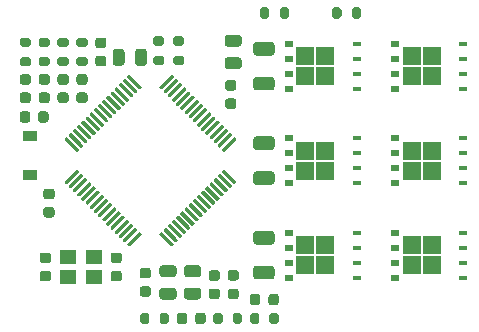
<source format=gtp>
G04 #@! TF.GenerationSoftware,KiCad,Pcbnew,8.0.4+1*
G04 #@! TF.CreationDate,2024-10-07T15:19:18+00:00*
G04 #@! TF.ProjectId,xESC2,78455343-322e-46b6-9963-61645f706362,rev?*
G04 #@! TF.SameCoordinates,Original*
G04 #@! TF.FileFunction,Paste,Top*
G04 #@! TF.FilePolarity,Positive*
%FSLAX46Y46*%
G04 Gerber Fmt 4.6, Leading zero omitted, Abs format (unit mm)*
G04 Created by KiCad (PCBNEW 8.0.4+1) date 2024-10-07 15:19:18*
%MOMM*%
%LPD*%
G01*
G04 APERTURE LIST*
%ADD10R,1.500000X1.500000*%
%ADD11R,0.750000X0.500000*%
%ADD12R,0.750000X0.400000*%
%ADD13R,1.200000X0.900000*%
%ADD14R,1.400000X1.200000*%
G04 APERTURE END LIST*
G36*
G01*
X235750000Y-128625000D02*
X235250000Y-128625000D01*
G75*
G02*
X235025000Y-128400000I0J225000D01*
G01*
X235025000Y-127950000D01*
G75*
G02*
X235250000Y-127725000I225000J0D01*
G01*
X235750000Y-127725000D01*
G75*
G02*
X235975000Y-127950000I0J-225000D01*
G01*
X235975000Y-128400000D01*
G75*
G02*
X235750000Y-128625000I-225000J0D01*
G01*
G37*
G36*
G01*
X235750000Y-127075000D02*
X235250000Y-127075000D01*
G75*
G02*
X235025000Y-126850000I0J225000D01*
G01*
X235025000Y-126400000D01*
G75*
G02*
X235250000Y-126175000I225000J0D01*
G01*
X235750000Y-126175000D01*
G75*
G02*
X235975000Y-126400000I0J-225000D01*
G01*
X235975000Y-126850000D01*
G75*
G02*
X235750000Y-127075000I-225000J0D01*
G01*
G37*
G36*
G01*
X241250000Y-126175000D02*
X241750000Y-126175000D01*
G75*
G02*
X241975000Y-126400000I0J-225000D01*
G01*
X241975000Y-126850000D01*
G75*
G02*
X241750000Y-127075000I-225000J0D01*
G01*
X241250000Y-127075000D01*
G75*
G02*
X241025000Y-126850000I0J225000D01*
G01*
X241025000Y-126400000D01*
G75*
G02*
X241250000Y-126175000I225000J0D01*
G01*
G37*
G36*
G01*
X241250000Y-127725000D02*
X241750000Y-127725000D01*
G75*
G02*
X241975000Y-127950000I0J-225000D01*
G01*
X241975000Y-128400000D01*
G75*
G02*
X241750000Y-128625000I-225000J0D01*
G01*
X241250000Y-128625000D01*
G75*
G02*
X241025000Y-128400000I0J225000D01*
G01*
X241025000Y-127950000D01*
G75*
G02*
X241250000Y-127725000I225000J0D01*
G01*
G37*
G36*
G01*
X235775000Y-114450000D02*
X235775000Y-114950000D01*
G75*
G02*
X235550000Y-115175000I-225000J0D01*
G01*
X235100000Y-115175000D01*
G75*
G02*
X234875000Y-114950000I0J225000D01*
G01*
X234875000Y-114450000D01*
G75*
G02*
X235100000Y-114225000I225000J0D01*
G01*
X235550000Y-114225000D01*
G75*
G02*
X235775000Y-114450000I0J-225000D01*
G01*
G37*
G36*
G01*
X234225000Y-114450000D02*
X234225000Y-114950000D01*
G75*
G02*
X234000000Y-115175000I-225000J0D01*
G01*
X233550000Y-115175000D01*
G75*
G02*
X233325000Y-114950000I0J225000D01*
G01*
X233325000Y-114450000D01*
G75*
G02*
X233550000Y-114225000I225000J0D01*
G01*
X234000000Y-114225000D01*
G75*
G02*
X234225000Y-114450000I0J-225000D01*
G01*
G37*
G36*
G01*
X250925000Y-107750000D02*
X251875000Y-107750000D01*
G75*
G02*
X252125000Y-108000000I0J-250000D01*
G01*
X252125000Y-108500000D01*
G75*
G02*
X251875000Y-108750000I-250000J0D01*
G01*
X250925000Y-108750000D01*
G75*
G02*
X250675000Y-108500000I0J250000D01*
G01*
X250675000Y-108000000D01*
G75*
G02*
X250925000Y-107750000I250000J0D01*
G01*
G37*
G36*
G01*
X250925000Y-109650000D02*
X251875000Y-109650000D01*
G75*
G02*
X252125000Y-109900000I0J-250000D01*
G01*
X252125000Y-110400000D01*
G75*
G02*
X251875000Y-110650000I-250000J0D01*
G01*
X250925000Y-110650000D01*
G75*
G02*
X250675000Y-110400000I0J250000D01*
G01*
X250675000Y-109900000D01*
G75*
G02*
X250925000Y-109650000I250000J0D01*
G01*
G37*
G36*
G01*
X243710000Y-127475000D02*
X244210000Y-127475000D01*
G75*
G02*
X244435000Y-127700000I0J-225000D01*
G01*
X244435000Y-128150000D01*
G75*
G02*
X244210000Y-128375000I-225000J0D01*
G01*
X243710000Y-128375000D01*
G75*
G02*
X243485000Y-128150000I0J225000D01*
G01*
X243485000Y-127700000D01*
G75*
G02*
X243710000Y-127475000I225000J0D01*
G01*
G37*
G36*
G01*
X243710000Y-129025000D02*
X244210000Y-129025000D01*
G75*
G02*
X244435000Y-129250000I0J-225000D01*
G01*
X244435000Y-129700000D01*
G75*
G02*
X244210000Y-129925000I-225000J0D01*
G01*
X243710000Y-129925000D01*
G75*
G02*
X243485000Y-129700000I0J225000D01*
G01*
X243485000Y-129250000D01*
G75*
G02*
X243710000Y-129025000I225000J0D01*
G01*
G37*
G36*
G01*
X248435000Y-130160000D02*
X247485000Y-130160000D01*
G75*
G02*
X247235000Y-129910000I0J250000D01*
G01*
X247235000Y-129410000D01*
G75*
G02*
X247485000Y-129160000I250000J0D01*
G01*
X248435000Y-129160000D01*
G75*
G02*
X248685000Y-129410000I0J-250000D01*
G01*
X248685000Y-129910000D01*
G75*
G02*
X248435000Y-130160000I-250000J0D01*
G01*
G37*
G36*
G01*
X248435000Y-128260000D02*
X247485000Y-128260000D01*
G75*
G02*
X247235000Y-128010000I0J250000D01*
G01*
X247235000Y-127510000D01*
G75*
G02*
X247485000Y-127260000I250000J0D01*
G01*
X248435000Y-127260000D01*
G75*
G02*
X248685000Y-127510000I0J-250000D01*
G01*
X248685000Y-128010000D01*
G75*
G02*
X248435000Y-128260000I-250000J0D01*
G01*
G37*
G36*
G01*
X251450000Y-114025000D02*
X250950000Y-114025000D01*
G75*
G02*
X250725000Y-113800000I0J225000D01*
G01*
X250725000Y-113350000D01*
G75*
G02*
X250950000Y-113125000I225000J0D01*
G01*
X251450000Y-113125000D01*
G75*
G02*
X251675000Y-113350000I0J-225000D01*
G01*
X251675000Y-113800000D01*
G75*
G02*
X251450000Y-114025000I-225000J0D01*
G01*
G37*
G36*
G01*
X251450000Y-112475000D02*
X250950000Y-112475000D01*
G75*
G02*
X250725000Y-112250000I0J225000D01*
G01*
X250725000Y-111800000D01*
G75*
G02*
X250950000Y-111575000I225000J0D01*
G01*
X251450000Y-111575000D01*
G75*
G02*
X251675000Y-111800000I0J-225000D01*
G01*
X251675000Y-112250000D01*
G75*
G02*
X251450000Y-112475000I-225000J0D01*
G01*
G37*
G36*
G01*
X235550000Y-120775000D02*
X236050000Y-120775000D01*
G75*
G02*
X236275000Y-121000000I0J-225000D01*
G01*
X236275000Y-121450000D01*
G75*
G02*
X236050000Y-121675000I-225000J0D01*
G01*
X235550000Y-121675000D01*
G75*
G02*
X235325000Y-121450000I0J225000D01*
G01*
X235325000Y-121000000D01*
G75*
G02*
X235550000Y-120775000I225000J0D01*
G01*
G37*
G36*
G01*
X235550000Y-122325000D02*
X236050000Y-122325000D01*
G75*
G02*
X236275000Y-122550000I0J-225000D01*
G01*
X236275000Y-123000000D01*
G75*
G02*
X236050000Y-123225000I-225000J0D01*
G01*
X235550000Y-123225000D01*
G75*
G02*
X235325000Y-123000000I0J225000D01*
G01*
X235325000Y-122550000D01*
G75*
G02*
X235550000Y-122325000I225000J0D01*
G01*
G37*
G36*
G01*
X249550000Y-127675000D02*
X250050000Y-127675000D01*
G75*
G02*
X250275000Y-127900000I0J-225000D01*
G01*
X250275000Y-128350000D01*
G75*
G02*
X250050000Y-128575000I-225000J0D01*
G01*
X249550000Y-128575000D01*
G75*
G02*
X249325000Y-128350000I0J225000D01*
G01*
X249325000Y-127900000D01*
G75*
G02*
X249550000Y-127675000I225000J0D01*
G01*
G37*
G36*
G01*
X249550000Y-129225000D02*
X250050000Y-129225000D01*
G75*
G02*
X250275000Y-129450000I0J-225000D01*
G01*
X250275000Y-129900000D01*
G75*
G02*
X250050000Y-130125000I-225000J0D01*
G01*
X249550000Y-130125000D01*
G75*
G02*
X249325000Y-129900000I0J225000D01*
G01*
X249325000Y-129450000D01*
G75*
G02*
X249550000Y-129225000I225000J0D01*
G01*
G37*
G36*
G01*
X246355000Y-130160000D02*
X245405000Y-130160000D01*
G75*
G02*
X245155000Y-129910000I0J250000D01*
G01*
X245155000Y-129410000D01*
G75*
G02*
X245405000Y-129160000I250000J0D01*
G01*
X246355000Y-129160000D01*
G75*
G02*
X246605000Y-129410000I0J-250000D01*
G01*
X246605000Y-129910000D01*
G75*
G02*
X246355000Y-130160000I-250000J0D01*
G01*
G37*
G36*
G01*
X246355000Y-128260000D02*
X245405000Y-128260000D01*
G75*
G02*
X245155000Y-128010000I0J250000D01*
G01*
X245155000Y-127510000D01*
G75*
G02*
X245405000Y-127260000I250000J0D01*
G01*
X246355000Y-127260000D01*
G75*
G02*
X246605000Y-127510000I0J-250000D01*
G01*
X246605000Y-128010000D01*
G75*
G02*
X246355000Y-128260000I-250000J0D01*
G01*
G37*
G36*
G01*
X252815000Y-132035000D02*
X252815000Y-131485000D01*
G75*
G02*
X253015000Y-131285000I200000J0D01*
G01*
X253415000Y-131285000D01*
G75*
G02*
X253615000Y-131485000I0J-200000D01*
G01*
X253615000Y-132035000D01*
G75*
G02*
X253415000Y-132235000I-200000J0D01*
G01*
X253015000Y-132235000D01*
G75*
G02*
X252815000Y-132035000I0J200000D01*
G01*
G37*
G36*
G01*
X254465000Y-132035000D02*
X254465000Y-131485000D01*
G75*
G02*
X254665000Y-131285000I200000J0D01*
G01*
X255065000Y-131285000D01*
G75*
G02*
X255265000Y-131485000I0J-200000D01*
G01*
X255265000Y-132035000D01*
G75*
G02*
X255065000Y-132235000I-200000J0D01*
G01*
X254665000Y-132235000D01*
G75*
G02*
X254465000Y-132035000I0J200000D01*
G01*
G37*
G36*
G01*
X252815000Y-130416250D02*
X252815000Y-129903750D01*
G75*
G02*
X253033750Y-129685000I218750J0D01*
G01*
X253471250Y-129685000D01*
G75*
G02*
X253690000Y-129903750I0J-218750D01*
G01*
X253690000Y-130416250D01*
G75*
G02*
X253471250Y-130635000I-218750J0D01*
G01*
X253033750Y-130635000D01*
G75*
G02*
X252815000Y-130416250I0J218750D01*
G01*
G37*
G36*
G01*
X254390000Y-130416250D02*
X254390000Y-129903750D01*
G75*
G02*
X254608750Y-129685000I218750J0D01*
G01*
X255046250Y-129685000D01*
G75*
G02*
X255265000Y-129903750I0J-218750D01*
G01*
X255265000Y-130416250D01*
G75*
G02*
X255046250Y-130635000I-218750J0D01*
G01*
X254608750Y-130635000D01*
G75*
G02*
X254390000Y-130416250I0J218750D01*
G01*
G37*
G36*
G01*
X251143750Y-127675000D02*
X251656250Y-127675000D01*
G75*
G02*
X251875000Y-127893750I0J-218750D01*
G01*
X251875000Y-128331250D01*
G75*
G02*
X251656250Y-128550000I-218750J0D01*
G01*
X251143750Y-128550000D01*
G75*
G02*
X250925000Y-128331250I0J218750D01*
G01*
X250925000Y-127893750D01*
G75*
G02*
X251143750Y-127675000I218750J0D01*
G01*
G37*
G36*
G01*
X251143750Y-129250000D02*
X251656250Y-129250000D01*
G75*
G02*
X251875000Y-129468750I0J-218750D01*
G01*
X251875000Y-129906250D01*
G75*
G02*
X251656250Y-130125000I-218750J0D01*
G01*
X251143750Y-130125000D01*
G75*
G02*
X250925000Y-129906250I0J218750D01*
G01*
X250925000Y-129468750D01*
G75*
G02*
X251143750Y-129250000I218750J0D01*
G01*
G37*
G36*
G01*
X249065000Y-131503750D02*
X249065000Y-132016250D01*
G75*
G02*
X248846250Y-132235000I-218750J0D01*
G01*
X248408750Y-132235000D01*
G75*
G02*
X248190000Y-132016250I0J218750D01*
G01*
X248190000Y-131503750D01*
G75*
G02*
X248408750Y-131285000I218750J0D01*
G01*
X248846250Y-131285000D01*
G75*
G02*
X249065000Y-131503750I0J-218750D01*
G01*
G37*
G36*
G01*
X247490000Y-131503750D02*
X247490000Y-132016250D01*
G75*
G02*
X247271250Y-132235000I-218750J0D01*
G01*
X246833750Y-132235000D01*
G75*
G02*
X246615000Y-132016250I0J218750D01*
G01*
X246615000Y-131503750D01*
G75*
G02*
X246833750Y-131285000I218750J0D01*
G01*
X247271250Y-131285000D01*
G75*
G02*
X247490000Y-131503750I0J-218750D01*
G01*
G37*
G36*
G01*
X249715000Y-132035000D02*
X249715000Y-131485000D01*
G75*
G02*
X249915000Y-131285000I200000J0D01*
G01*
X250315000Y-131285000D01*
G75*
G02*
X250515000Y-131485000I0J-200000D01*
G01*
X250515000Y-132035000D01*
G75*
G02*
X250315000Y-132235000I-200000J0D01*
G01*
X249915000Y-132235000D01*
G75*
G02*
X249715000Y-132035000I0J200000D01*
G01*
G37*
G36*
G01*
X251365000Y-132035000D02*
X251365000Y-131485000D01*
G75*
G02*
X251565000Y-131285000I200000J0D01*
G01*
X251965000Y-131285000D01*
G75*
G02*
X252165000Y-131485000I0J-200000D01*
G01*
X252165000Y-132035000D01*
G75*
G02*
X251965000Y-132235000I-200000J0D01*
G01*
X251565000Y-132235000D01*
G75*
G02*
X251365000Y-132035000I0J200000D01*
G01*
G37*
G36*
G01*
X243515000Y-132035000D02*
X243515000Y-131485000D01*
G75*
G02*
X243715000Y-131285000I200000J0D01*
G01*
X244115000Y-131285000D01*
G75*
G02*
X244315000Y-131485000I0J-200000D01*
G01*
X244315000Y-132035000D01*
G75*
G02*
X244115000Y-132235000I-200000J0D01*
G01*
X243715000Y-132235000D01*
G75*
G02*
X243515000Y-132035000I0J200000D01*
G01*
G37*
G36*
G01*
X245165000Y-132035000D02*
X245165000Y-131485000D01*
G75*
G02*
X245365000Y-131285000I200000J0D01*
G01*
X245765000Y-131285000D01*
G75*
G02*
X245965000Y-131485000I0J-200000D01*
G01*
X245965000Y-132035000D01*
G75*
G02*
X245765000Y-132235000I-200000J0D01*
G01*
X245365000Y-132235000D01*
G75*
G02*
X245165000Y-132035000I0J200000D01*
G01*
G37*
G36*
G01*
X253675000Y-106175000D02*
X253675000Y-105625000D01*
G75*
G02*
X253875000Y-105425000I200000J0D01*
G01*
X254275000Y-105425000D01*
G75*
G02*
X254475000Y-105625000I0J-200000D01*
G01*
X254475000Y-106175000D01*
G75*
G02*
X254275000Y-106375000I-200000J0D01*
G01*
X253875000Y-106375000D01*
G75*
G02*
X253675000Y-106175000I0J200000D01*
G01*
G37*
G36*
G01*
X255325000Y-106175000D02*
X255325000Y-105625000D01*
G75*
G02*
X255525000Y-105425000I200000J0D01*
G01*
X255925000Y-105425000D01*
G75*
G02*
X256125000Y-105625000I0J-200000D01*
G01*
X256125000Y-106175000D01*
G75*
G02*
X255925000Y-106375000I-200000J0D01*
G01*
X255525000Y-106375000D01*
G75*
G02*
X255325000Y-106175000I0J200000D01*
G01*
G37*
G36*
G01*
X259775000Y-106175000D02*
X259775000Y-105625000D01*
G75*
G02*
X259975000Y-105425000I200000J0D01*
G01*
X260375000Y-105425000D01*
G75*
G02*
X260575000Y-105625000I0J-200000D01*
G01*
X260575000Y-106175000D01*
G75*
G02*
X260375000Y-106375000I-200000J0D01*
G01*
X259975000Y-106375000D01*
G75*
G02*
X259775000Y-106175000I0J200000D01*
G01*
G37*
G36*
G01*
X261425000Y-106175000D02*
X261425000Y-105625000D01*
G75*
G02*
X261625000Y-105425000I200000J0D01*
G01*
X262025000Y-105425000D01*
G75*
G02*
X262225000Y-105625000I0J-200000D01*
G01*
X262225000Y-106175000D01*
G75*
G02*
X262025000Y-106375000I-200000J0D01*
G01*
X261625000Y-106375000D01*
G75*
G02*
X261425000Y-106175000I0J200000D01*
G01*
G37*
G36*
G01*
X237240544Y-120362222D02*
X237134478Y-120256156D01*
G75*
G02*
X237134478Y-120150090I53033J53033D01*
G01*
X238124428Y-119160140D01*
G75*
G02*
X238230494Y-119160140I53033J-53033D01*
G01*
X238336560Y-119266206D01*
G75*
G02*
X238336560Y-119372272I-53033J-53033D01*
G01*
X237346610Y-120362222D01*
G75*
G02*
X237240544Y-120362222I-53033J53033D01*
G01*
G37*
G36*
G01*
X237594097Y-120715775D02*
X237488031Y-120609709D01*
G75*
G02*
X237488031Y-120503643I53033J53033D01*
G01*
X238477981Y-119513693D01*
G75*
G02*
X238584047Y-119513693I53033J-53033D01*
G01*
X238690113Y-119619759D01*
G75*
G02*
X238690113Y-119725825I-53033J-53033D01*
G01*
X237700163Y-120715775D01*
G75*
G02*
X237594097Y-120715775I-53033J53033D01*
G01*
G37*
G36*
G01*
X237947650Y-121069328D02*
X237841584Y-120963262D01*
G75*
G02*
X237841584Y-120857196I53033J53033D01*
G01*
X238831534Y-119867246D01*
G75*
G02*
X238937600Y-119867246I53033J-53033D01*
G01*
X239043666Y-119973312D01*
G75*
G02*
X239043666Y-120079378I-53033J-53033D01*
G01*
X238053716Y-121069328D01*
G75*
G02*
X237947650Y-121069328I-53033J53033D01*
G01*
G37*
G36*
G01*
X238301204Y-121422882D02*
X238195138Y-121316816D01*
G75*
G02*
X238195138Y-121210750I53033J53033D01*
G01*
X239185088Y-120220800D01*
G75*
G02*
X239291154Y-120220800I53033J-53033D01*
G01*
X239397220Y-120326866D01*
G75*
G02*
X239397220Y-120432932I-53033J-53033D01*
G01*
X238407270Y-121422882D01*
G75*
G02*
X238301204Y-121422882I-53033J53033D01*
G01*
G37*
G36*
G01*
X238654757Y-121776435D02*
X238548691Y-121670369D01*
G75*
G02*
X238548691Y-121564303I53033J53033D01*
G01*
X239538641Y-120574353D01*
G75*
G02*
X239644707Y-120574353I53033J-53033D01*
G01*
X239750773Y-120680419D01*
G75*
G02*
X239750773Y-120786485I-53033J-53033D01*
G01*
X238760823Y-121776435D01*
G75*
G02*
X238654757Y-121776435I-53033J53033D01*
G01*
G37*
G36*
G01*
X239008311Y-122129989D02*
X238902245Y-122023923D01*
G75*
G02*
X238902245Y-121917857I53033J53033D01*
G01*
X239892195Y-120927907D01*
G75*
G02*
X239998261Y-120927907I53033J-53033D01*
G01*
X240104327Y-121033973D01*
G75*
G02*
X240104327Y-121140039I-53033J-53033D01*
G01*
X239114377Y-122129989D01*
G75*
G02*
X239008311Y-122129989I-53033J53033D01*
G01*
G37*
G36*
G01*
X239361864Y-122483542D02*
X239255798Y-122377476D01*
G75*
G02*
X239255798Y-122271410I53033J53033D01*
G01*
X240245748Y-121281460D01*
G75*
G02*
X240351814Y-121281460I53033J-53033D01*
G01*
X240457880Y-121387526D01*
G75*
G02*
X240457880Y-121493592I-53033J-53033D01*
G01*
X239467930Y-122483542D01*
G75*
G02*
X239361864Y-122483542I-53033J53033D01*
G01*
G37*
G36*
G01*
X239715417Y-122837095D02*
X239609351Y-122731029D01*
G75*
G02*
X239609351Y-122624963I53033J53033D01*
G01*
X240599301Y-121635013D01*
G75*
G02*
X240705367Y-121635013I53033J-53033D01*
G01*
X240811433Y-121741079D01*
G75*
G02*
X240811433Y-121847145I-53033J-53033D01*
G01*
X239821483Y-122837095D01*
G75*
G02*
X239715417Y-122837095I-53033J53033D01*
G01*
G37*
G36*
G01*
X240068971Y-123190649D02*
X239962905Y-123084583D01*
G75*
G02*
X239962905Y-122978517I53033J53033D01*
G01*
X240952855Y-121988567D01*
G75*
G02*
X241058921Y-121988567I53033J-53033D01*
G01*
X241164987Y-122094633D01*
G75*
G02*
X241164987Y-122200699I-53033J-53033D01*
G01*
X240175037Y-123190649D01*
G75*
G02*
X240068971Y-123190649I-53033J53033D01*
G01*
G37*
G36*
G01*
X240422524Y-123544202D02*
X240316458Y-123438136D01*
G75*
G02*
X240316458Y-123332070I53033J53033D01*
G01*
X241306408Y-122342120D01*
G75*
G02*
X241412474Y-122342120I53033J-53033D01*
G01*
X241518540Y-122448186D01*
G75*
G02*
X241518540Y-122554252I-53033J-53033D01*
G01*
X240528590Y-123544202D01*
G75*
G02*
X240422524Y-123544202I-53033J53033D01*
G01*
G37*
G36*
G01*
X240776077Y-123897755D02*
X240670011Y-123791689D01*
G75*
G02*
X240670011Y-123685623I53033J53033D01*
G01*
X241659961Y-122695673D01*
G75*
G02*
X241766027Y-122695673I53033J-53033D01*
G01*
X241872093Y-122801739D01*
G75*
G02*
X241872093Y-122907805I-53033J-53033D01*
G01*
X240882143Y-123897755D01*
G75*
G02*
X240776077Y-123897755I-53033J53033D01*
G01*
G37*
G36*
G01*
X241129631Y-124251309D02*
X241023565Y-124145243D01*
G75*
G02*
X241023565Y-124039177I53033J53033D01*
G01*
X242013515Y-123049227D01*
G75*
G02*
X242119581Y-123049227I53033J-53033D01*
G01*
X242225647Y-123155293D01*
G75*
G02*
X242225647Y-123261359I-53033J-53033D01*
G01*
X241235697Y-124251309D01*
G75*
G02*
X241129631Y-124251309I-53033J53033D01*
G01*
G37*
G36*
G01*
X241483184Y-124604862D02*
X241377118Y-124498796D01*
G75*
G02*
X241377118Y-124392730I53033J53033D01*
G01*
X242367068Y-123402780D01*
G75*
G02*
X242473134Y-123402780I53033J-53033D01*
G01*
X242579200Y-123508846D01*
G75*
G02*
X242579200Y-123614912I-53033J-53033D01*
G01*
X241589250Y-124604862D01*
G75*
G02*
X241483184Y-124604862I-53033J53033D01*
G01*
G37*
G36*
G01*
X241836738Y-124958416D02*
X241730672Y-124852350D01*
G75*
G02*
X241730672Y-124746284I53033J53033D01*
G01*
X242720622Y-123756334D01*
G75*
G02*
X242826688Y-123756334I53033J-53033D01*
G01*
X242932754Y-123862400D01*
G75*
G02*
X242932754Y-123968466I-53033J-53033D01*
G01*
X241942804Y-124958416D01*
G75*
G02*
X241836738Y-124958416I-53033J53033D01*
G01*
G37*
G36*
G01*
X242190291Y-125311969D02*
X242084225Y-125205903D01*
G75*
G02*
X242084225Y-125099837I53033J53033D01*
G01*
X243074175Y-124109887D01*
G75*
G02*
X243180241Y-124109887I53033J-53033D01*
G01*
X243286307Y-124215953D01*
G75*
G02*
X243286307Y-124322019I-53033J-53033D01*
G01*
X242296357Y-125311969D01*
G75*
G02*
X242190291Y-125311969I-53033J53033D01*
G01*
G37*
G36*
G01*
X242543844Y-125665522D02*
X242437778Y-125559456D01*
G75*
G02*
X242437778Y-125453390I53033J53033D01*
G01*
X243427728Y-124463440D01*
G75*
G02*
X243533794Y-124463440I53033J-53033D01*
G01*
X243639860Y-124569506D01*
G75*
G02*
X243639860Y-124675572I-53033J-53033D01*
G01*
X242649910Y-125665522D01*
G75*
G02*
X242543844Y-125665522I-53033J53033D01*
G01*
G37*
G36*
G01*
X246150090Y-125665522D02*
X245160140Y-124675572D01*
G75*
G02*
X245160140Y-124569506I53033J53033D01*
G01*
X245266206Y-124463440D01*
G75*
G02*
X245372272Y-124463440I53033J-53033D01*
G01*
X246362222Y-125453390D01*
G75*
G02*
X246362222Y-125559456I-53033J-53033D01*
G01*
X246256156Y-125665522D01*
G75*
G02*
X246150090Y-125665522I-53033J53033D01*
G01*
G37*
G36*
G01*
X246503643Y-125311969D02*
X245513693Y-124322019D01*
G75*
G02*
X245513693Y-124215953I53033J53033D01*
G01*
X245619759Y-124109887D01*
G75*
G02*
X245725825Y-124109887I53033J-53033D01*
G01*
X246715775Y-125099837D01*
G75*
G02*
X246715775Y-125205903I-53033J-53033D01*
G01*
X246609709Y-125311969D01*
G75*
G02*
X246503643Y-125311969I-53033J53033D01*
G01*
G37*
G36*
G01*
X246857196Y-124958416D02*
X245867246Y-123968466D01*
G75*
G02*
X245867246Y-123862400I53033J53033D01*
G01*
X245973312Y-123756334D01*
G75*
G02*
X246079378Y-123756334I53033J-53033D01*
G01*
X247069328Y-124746284D01*
G75*
G02*
X247069328Y-124852350I-53033J-53033D01*
G01*
X246963262Y-124958416D01*
G75*
G02*
X246857196Y-124958416I-53033J53033D01*
G01*
G37*
G36*
G01*
X247210750Y-124604862D02*
X246220800Y-123614912D01*
G75*
G02*
X246220800Y-123508846I53033J53033D01*
G01*
X246326866Y-123402780D01*
G75*
G02*
X246432932Y-123402780I53033J-53033D01*
G01*
X247422882Y-124392730D01*
G75*
G02*
X247422882Y-124498796I-53033J-53033D01*
G01*
X247316816Y-124604862D01*
G75*
G02*
X247210750Y-124604862I-53033J53033D01*
G01*
G37*
G36*
G01*
X247564303Y-124251309D02*
X246574353Y-123261359D01*
G75*
G02*
X246574353Y-123155293I53033J53033D01*
G01*
X246680419Y-123049227D01*
G75*
G02*
X246786485Y-123049227I53033J-53033D01*
G01*
X247776435Y-124039177D01*
G75*
G02*
X247776435Y-124145243I-53033J-53033D01*
G01*
X247670369Y-124251309D01*
G75*
G02*
X247564303Y-124251309I-53033J53033D01*
G01*
G37*
G36*
G01*
X247917857Y-123897755D02*
X246927907Y-122907805D01*
G75*
G02*
X246927907Y-122801739I53033J53033D01*
G01*
X247033973Y-122695673D01*
G75*
G02*
X247140039Y-122695673I53033J-53033D01*
G01*
X248129989Y-123685623D01*
G75*
G02*
X248129989Y-123791689I-53033J-53033D01*
G01*
X248023923Y-123897755D01*
G75*
G02*
X247917857Y-123897755I-53033J53033D01*
G01*
G37*
G36*
G01*
X248271410Y-123544202D02*
X247281460Y-122554252D01*
G75*
G02*
X247281460Y-122448186I53033J53033D01*
G01*
X247387526Y-122342120D01*
G75*
G02*
X247493592Y-122342120I53033J-53033D01*
G01*
X248483542Y-123332070D01*
G75*
G02*
X248483542Y-123438136I-53033J-53033D01*
G01*
X248377476Y-123544202D01*
G75*
G02*
X248271410Y-123544202I-53033J53033D01*
G01*
G37*
G36*
G01*
X248624963Y-123190649D02*
X247635013Y-122200699D01*
G75*
G02*
X247635013Y-122094633I53033J53033D01*
G01*
X247741079Y-121988567D01*
G75*
G02*
X247847145Y-121988567I53033J-53033D01*
G01*
X248837095Y-122978517D01*
G75*
G02*
X248837095Y-123084583I-53033J-53033D01*
G01*
X248731029Y-123190649D01*
G75*
G02*
X248624963Y-123190649I-53033J53033D01*
G01*
G37*
G36*
G01*
X248978517Y-122837095D02*
X247988567Y-121847145D01*
G75*
G02*
X247988567Y-121741079I53033J53033D01*
G01*
X248094633Y-121635013D01*
G75*
G02*
X248200699Y-121635013I53033J-53033D01*
G01*
X249190649Y-122624963D01*
G75*
G02*
X249190649Y-122731029I-53033J-53033D01*
G01*
X249084583Y-122837095D01*
G75*
G02*
X248978517Y-122837095I-53033J53033D01*
G01*
G37*
G36*
G01*
X249332070Y-122483542D02*
X248342120Y-121493592D01*
G75*
G02*
X248342120Y-121387526I53033J53033D01*
G01*
X248448186Y-121281460D01*
G75*
G02*
X248554252Y-121281460I53033J-53033D01*
G01*
X249544202Y-122271410D01*
G75*
G02*
X249544202Y-122377476I-53033J-53033D01*
G01*
X249438136Y-122483542D01*
G75*
G02*
X249332070Y-122483542I-53033J53033D01*
G01*
G37*
G36*
G01*
X249685623Y-122129989D02*
X248695673Y-121140039D01*
G75*
G02*
X248695673Y-121033973I53033J53033D01*
G01*
X248801739Y-120927907D01*
G75*
G02*
X248907805Y-120927907I53033J-53033D01*
G01*
X249897755Y-121917857D01*
G75*
G02*
X249897755Y-122023923I-53033J-53033D01*
G01*
X249791689Y-122129989D01*
G75*
G02*
X249685623Y-122129989I-53033J53033D01*
G01*
G37*
G36*
G01*
X250039177Y-121776435D02*
X249049227Y-120786485D01*
G75*
G02*
X249049227Y-120680419I53033J53033D01*
G01*
X249155293Y-120574353D01*
G75*
G02*
X249261359Y-120574353I53033J-53033D01*
G01*
X250251309Y-121564303D01*
G75*
G02*
X250251309Y-121670369I-53033J-53033D01*
G01*
X250145243Y-121776435D01*
G75*
G02*
X250039177Y-121776435I-53033J53033D01*
G01*
G37*
G36*
G01*
X250392730Y-121422882D02*
X249402780Y-120432932D01*
G75*
G02*
X249402780Y-120326866I53033J53033D01*
G01*
X249508846Y-120220800D01*
G75*
G02*
X249614912Y-120220800I53033J-53033D01*
G01*
X250604862Y-121210750D01*
G75*
G02*
X250604862Y-121316816I-53033J-53033D01*
G01*
X250498796Y-121422882D01*
G75*
G02*
X250392730Y-121422882I-53033J53033D01*
G01*
G37*
G36*
G01*
X250746284Y-121069328D02*
X249756334Y-120079378D01*
G75*
G02*
X249756334Y-119973312I53033J53033D01*
G01*
X249862400Y-119867246D01*
G75*
G02*
X249968466Y-119867246I53033J-53033D01*
G01*
X250958416Y-120857196D01*
G75*
G02*
X250958416Y-120963262I-53033J-53033D01*
G01*
X250852350Y-121069328D01*
G75*
G02*
X250746284Y-121069328I-53033J53033D01*
G01*
G37*
G36*
G01*
X251099837Y-120715775D02*
X250109887Y-119725825D01*
G75*
G02*
X250109887Y-119619759I53033J53033D01*
G01*
X250215953Y-119513693D01*
G75*
G02*
X250322019Y-119513693I53033J-53033D01*
G01*
X251311969Y-120503643D01*
G75*
G02*
X251311969Y-120609709I-53033J-53033D01*
G01*
X251205903Y-120715775D01*
G75*
G02*
X251099837Y-120715775I-53033J53033D01*
G01*
G37*
G36*
G01*
X251453390Y-120362222D02*
X250463440Y-119372272D01*
G75*
G02*
X250463440Y-119266206I53033J53033D01*
G01*
X250569506Y-119160140D01*
G75*
G02*
X250675572Y-119160140I53033J-53033D01*
G01*
X251665522Y-120150090D01*
G75*
G02*
X251665522Y-120256156I-53033J-53033D01*
G01*
X251559456Y-120362222D01*
G75*
G02*
X251453390Y-120362222I-53033J53033D01*
G01*
G37*
G36*
G01*
X250569506Y-117639860D02*
X250463440Y-117533794D01*
G75*
G02*
X250463440Y-117427728I53033J53033D01*
G01*
X251453390Y-116437778D01*
G75*
G02*
X251559456Y-116437778I53033J-53033D01*
G01*
X251665522Y-116543844D01*
G75*
G02*
X251665522Y-116649910I-53033J-53033D01*
G01*
X250675572Y-117639860D01*
G75*
G02*
X250569506Y-117639860I-53033J53033D01*
G01*
G37*
G36*
G01*
X250215953Y-117286307D02*
X250109887Y-117180241D01*
G75*
G02*
X250109887Y-117074175I53033J53033D01*
G01*
X251099837Y-116084225D01*
G75*
G02*
X251205903Y-116084225I53033J-53033D01*
G01*
X251311969Y-116190291D01*
G75*
G02*
X251311969Y-116296357I-53033J-53033D01*
G01*
X250322019Y-117286307D01*
G75*
G02*
X250215953Y-117286307I-53033J53033D01*
G01*
G37*
G36*
G01*
X249862400Y-116932754D02*
X249756334Y-116826688D01*
G75*
G02*
X249756334Y-116720622I53033J53033D01*
G01*
X250746284Y-115730672D01*
G75*
G02*
X250852350Y-115730672I53033J-53033D01*
G01*
X250958416Y-115836738D01*
G75*
G02*
X250958416Y-115942804I-53033J-53033D01*
G01*
X249968466Y-116932754D01*
G75*
G02*
X249862400Y-116932754I-53033J53033D01*
G01*
G37*
G36*
G01*
X249508846Y-116579200D02*
X249402780Y-116473134D01*
G75*
G02*
X249402780Y-116367068I53033J53033D01*
G01*
X250392730Y-115377118D01*
G75*
G02*
X250498796Y-115377118I53033J-53033D01*
G01*
X250604862Y-115483184D01*
G75*
G02*
X250604862Y-115589250I-53033J-53033D01*
G01*
X249614912Y-116579200D01*
G75*
G02*
X249508846Y-116579200I-53033J53033D01*
G01*
G37*
G36*
G01*
X249155293Y-116225647D02*
X249049227Y-116119581D01*
G75*
G02*
X249049227Y-116013515I53033J53033D01*
G01*
X250039177Y-115023565D01*
G75*
G02*
X250145243Y-115023565I53033J-53033D01*
G01*
X250251309Y-115129631D01*
G75*
G02*
X250251309Y-115235697I-53033J-53033D01*
G01*
X249261359Y-116225647D01*
G75*
G02*
X249155293Y-116225647I-53033J53033D01*
G01*
G37*
G36*
G01*
X248801739Y-115872093D02*
X248695673Y-115766027D01*
G75*
G02*
X248695673Y-115659961I53033J53033D01*
G01*
X249685623Y-114670011D01*
G75*
G02*
X249791689Y-114670011I53033J-53033D01*
G01*
X249897755Y-114776077D01*
G75*
G02*
X249897755Y-114882143I-53033J-53033D01*
G01*
X248907805Y-115872093D01*
G75*
G02*
X248801739Y-115872093I-53033J53033D01*
G01*
G37*
G36*
G01*
X248448186Y-115518540D02*
X248342120Y-115412474D01*
G75*
G02*
X248342120Y-115306408I53033J53033D01*
G01*
X249332070Y-114316458D01*
G75*
G02*
X249438136Y-114316458I53033J-53033D01*
G01*
X249544202Y-114422524D01*
G75*
G02*
X249544202Y-114528590I-53033J-53033D01*
G01*
X248554252Y-115518540D01*
G75*
G02*
X248448186Y-115518540I-53033J53033D01*
G01*
G37*
G36*
G01*
X248094633Y-115164987D02*
X247988567Y-115058921D01*
G75*
G02*
X247988567Y-114952855I53033J53033D01*
G01*
X248978517Y-113962905D01*
G75*
G02*
X249084583Y-113962905I53033J-53033D01*
G01*
X249190649Y-114068971D01*
G75*
G02*
X249190649Y-114175037I-53033J-53033D01*
G01*
X248200699Y-115164987D01*
G75*
G02*
X248094633Y-115164987I-53033J53033D01*
G01*
G37*
G36*
G01*
X247741079Y-114811433D02*
X247635013Y-114705367D01*
G75*
G02*
X247635013Y-114599301I53033J53033D01*
G01*
X248624963Y-113609351D01*
G75*
G02*
X248731029Y-113609351I53033J-53033D01*
G01*
X248837095Y-113715417D01*
G75*
G02*
X248837095Y-113821483I-53033J-53033D01*
G01*
X247847145Y-114811433D01*
G75*
G02*
X247741079Y-114811433I-53033J53033D01*
G01*
G37*
G36*
G01*
X247387526Y-114457880D02*
X247281460Y-114351814D01*
G75*
G02*
X247281460Y-114245748I53033J53033D01*
G01*
X248271410Y-113255798D01*
G75*
G02*
X248377476Y-113255798I53033J-53033D01*
G01*
X248483542Y-113361864D01*
G75*
G02*
X248483542Y-113467930I-53033J-53033D01*
G01*
X247493592Y-114457880D01*
G75*
G02*
X247387526Y-114457880I-53033J53033D01*
G01*
G37*
G36*
G01*
X247033973Y-114104327D02*
X246927907Y-113998261D01*
G75*
G02*
X246927907Y-113892195I53033J53033D01*
G01*
X247917857Y-112902245D01*
G75*
G02*
X248023923Y-112902245I53033J-53033D01*
G01*
X248129989Y-113008311D01*
G75*
G02*
X248129989Y-113114377I-53033J-53033D01*
G01*
X247140039Y-114104327D01*
G75*
G02*
X247033973Y-114104327I-53033J53033D01*
G01*
G37*
G36*
G01*
X246680419Y-113750773D02*
X246574353Y-113644707D01*
G75*
G02*
X246574353Y-113538641I53033J53033D01*
G01*
X247564303Y-112548691D01*
G75*
G02*
X247670369Y-112548691I53033J-53033D01*
G01*
X247776435Y-112654757D01*
G75*
G02*
X247776435Y-112760823I-53033J-53033D01*
G01*
X246786485Y-113750773D01*
G75*
G02*
X246680419Y-113750773I-53033J53033D01*
G01*
G37*
G36*
G01*
X246326866Y-113397220D02*
X246220800Y-113291154D01*
G75*
G02*
X246220800Y-113185088I53033J53033D01*
G01*
X247210750Y-112195138D01*
G75*
G02*
X247316816Y-112195138I53033J-53033D01*
G01*
X247422882Y-112301204D01*
G75*
G02*
X247422882Y-112407270I-53033J-53033D01*
G01*
X246432932Y-113397220D01*
G75*
G02*
X246326866Y-113397220I-53033J53033D01*
G01*
G37*
G36*
G01*
X245973312Y-113043666D02*
X245867246Y-112937600D01*
G75*
G02*
X245867246Y-112831534I53033J53033D01*
G01*
X246857196Y-111841584D01*
G75*
G02*
X246963262Y-111841584I53033J-53033D01*
G01*
X247069328Y-111947650D01*
G75*
G02*
X247069328Y-112053716I-53033J-53033D01*
G01*
X246079378Y-113043666D01*
G75*
G02*
X245973312Y-113043666I-53033J53033D01*
G01*
G37*
G36*
G01*
X245619759Y-112690113D02*
X245513693Y-112584047D01*
G75*
G02*
X245513693Y-112477981I53033J53033D01*
G01*
X246503643Y-111488031D01*
G75*
G02*
X246609709Y-111488031I53033J-53033D01*
G01*
X246715775Y-111594097D01*
G75*
G02*
X246715775Y-111700163I-53033J-53033D01*
G01*
X245725825Y-112690113D01*
G75*
G02*
X245619759Y-112690113I-53033J53033D01*
G01*
G37*
G36*
G01*
X245266206Y-112336560D02*
X245160140Y-112230494D01*
G75*
G02*
X245160140Y-112124428I53033J53033D01*
G01*
X246150090Y-111134478D01*
G75*
G02*
X246256156Y-111134478I53033J-53033D01*
G01*
X246362222Y-111240544D01*
G75*
G02*
X246362222Y-111346610I-53033J-53033D01*
G01*
X245372272Y-112336560D01*
G75*
G02*
X245266206Y-112336560I-53033J53033D01*
G01*
G37*
G36*
G01*
X243427728Y-112336560D02*
X242437778Y-111346610D01*
G75*
G02*
X242437778Y-111240544I53033J53033D01*
G01*
X242543844Y-111134478D01*
G75*
G02*
X242649910Y-111134478I53033J-53033D01*
G01*
X243639860Y-112124428D01*
G75*
G02*
X243639860Y-112230494I-53033J-53033D01*
G01*
X243533794Y-112336560D01*
G75*
G02*
X243427728Y-112336560I-53033J53033D01*
G01*
G37*
G36*
G01*
X243074175Y-112690113D02*
X242084225Y-111700163D01*
G75*
G02*
X242084225Y-111594097I53033J53033D01*
G01*
X242190291Y-111488031D01*
G75*
G02*
X242296357Y-111488031I53033J-53033D01*
G01*
X243286307Y-112477981D01*
G75*
G02*
X243286307Y-112584047I-53033J-53033D01*
G01*
X243180241Y-112690113D01*
G75*
G02*
X243074175Y-112690113I-53033J53033D01*
G01*
G37*
G36*
G01*
X242720622Y-113043666D02*
X241730672Y-112053716D01*
G75*
G02*
X241730672Y-111947650I53033J53033D01*
G01*
X241836738Y-111841584D01*
G75*
G02*
X241942804Y-111841584I53033J-53033D01*
G01*
X242932754Y-112831534D01*
G75*
G02*
X242932754Y-112937600I-53033J-53033D01*
G01*
X242826688Y-113043666D01*
G75*
G02*
X242720622Y-113043666I-53033J53033D01*
G01*
G37*
G36*
G01*
X242367068Y-113397220D02*
X241377118Y-112407270D01*
G75*
G02*
X241377118Y-112301204I53033J53033D01*
G01*
X241483184Y-112195138D01*
G75*
G02*
X241589250Y-112195138I53033J-53033D01*
G01*
X242579200Y-113185088D01*
G75*
G02*
X242579200Y-113291154I-53033J-53033D01*
G01*
X242473134Y-113397220D01*
G75*
G02*
X242367068Y-113397220I-53033J53033D01*
G01*
G37*
G36*
G01*
X242013515Y-113750773D02*
X241023565Y-112760823D01*
G75*
G02*
X241023565Y-112654757I53033J53033D01*
G01*
X241129631Y-112548691D01*
G75*
G02*
X241235697Y-112548691I53033J-53033D01*
G01*
X242225647Y-113538641D01*
G75*
G02*
X242225647Y-113644707I-53033J-53033D01*
G01*
X242119581Y-113750773D01*
G75*
G02*
X242013515Y-113750773I-53033J53033D01*
G01*
G37*
G36*
G01*
X241659961Y-114104327D02*
X240670011Y-113114377D01*
G75*
G02*
X240670011Y-113008311I53033J53033D01*
G01*
X240776077Y-112902245D01*
G75*
G02*
X240882143Y-112902245I53033J-53033D01*
G01*
X241872093Y-113892195D01*
G75*
G02*
X241872093Y-113998261I-53033J-53033D01*
G01*
X241766027Y-114104327D01*
G75*
G02*
X241659961Y-114104327I-53033J53033D01*
G01*
G37*
G36*
G01*
X241306408Y-114457880D02*
X240316458Y-113467930D01*
G75*
G02*
X240316458Y-113361864I53033J53033D01*
G01*
X240422524Y-113255798D01*
G75*
G02*
X240528590Y-113255798I53033J-53033D01*
G01*
X241518540Y-114245748D01*
G75*
G02*
X241518540Y-114351814I-53033J-53033D01*
G01*
X241412474Y-114457880D01*
G75*
G02*
X241306408Y-114457880I-53033J53033D01*
G01*
G37*
G36*
G01*
X240952855Y-114811433D02*
X239962905Y-113821483D01*
G75*
G02*
X239962905Y-113715417I53033J53033D01*
G01*
X240068971Y-113609351D01*
G75*
G02*
X240175037Y-113609351I53033J-53033D01*
G01*
X241164987Y-114599301D01*
G75*
G02*
X241164987Y-114705367I-53033J-53033D01*
G01*
X241058921Y-114811433D01*
G75*
G02*
X240952855Y-114811433I-53033J53033D01*
G01*
G37*
G36*
G01*
X240599301Y-115164987D02*
X239609351Y-114175037D01*
G75*
G02*
X239609351Y-114068971I53033J53033D01*
G01*
X239715417Y-113962905D01*
G75*
G02*
X239821483Y-113962905I53033J-53033D01*
G01*
X240811433Y-114952855D01*
G75*
G02*
X240811433Y-115058921I-53033J-53033D01*
G01*
X240705367Y-115164987D01*
G75*
G02*
X240599301Y-115164987I-53033J53033D01*
G01*
G37*
G36*
G01*
X240245748Y-115518540D02*
X239255798Y-114528590D01*
G75*
G02*
X239255798Y-114422524I53033J53033D01*
G01*
X239361864Y-114316458D01*
G75*
G02*
X239467930Y-114316458I53033J-53033D01*
G01*
X240457880Y-115306408D01*
G75*
G02*
X240457880Y-115412474I-53033J-53033D01*
G01*
X240351814Y-115518540D01*
G75*
G02*
X240245748Y-115518540I-53033J53033D01*
G01*
G37*
G36*
G01*
X239892195Y-115872093D02*
X238902245Y-114882143D01*
G75*
G02*
X238902245Y-114776077I53033J53033D01*
G01*
X239008311Y-114670011D01*
G75*
G02*
X239114377Y-114670011I53033J-53033D01*
G01*
X240104327Y-115659961D01*
G75*
G02*
X240104327Y-115766027I-53033J-53033D01*
G01*
X239998261Y-115872093D01*
G75*
G02*
X239892195Y-115872093I-53033J53033D01*
G01*
G37*
G36*
G01*
X239538641Y-116225647D02*
X238548691Y-115235697D01*
G75*
G02*
X238548691Y-115129631I53033J53033D01*
G01*
X238654757Y-115023565D01*
G75*
G02*
X238760823Y-115023565I53033J-53033D01*
G01*
X239750773Y-116013515D01*
G75*
G02*
X239750773Y-116119581I-53033J-53033D01*
G01*
X239644707Y-116225647D01*
G75*
G02*
X239538641Y-116225647I-53033J53033D01*
G01*
G37*
G36*
G01*
X239185088Y-116579200D02*
X238195138Y-115589250D01*
G75*
G02*
X238195138Y-115483184I53033J53033D01*
G01*
X238301204Y-115377118D01*
G75*
G02*
X238407270Y-115377118I53033J-53033D01*
G01*
X239397220Y-116367068D01*
G75*
G02*
X239397220Y-116473134I-53033J-53033D01*
G01*
X239291154Y-116579200D01*
G75*
G02*
X239185088Y-116579200I-53033J53033D01*
G01*
G37*
G36*
G01*
X238831534Y-116932754D02*
X237841584Y-115942804D01*
G75*
G02*
X237841584Y-115836738I53033J53033D01*
G01*
X237947650Y-115730672D01*
G75*
G02*
X238053716Y-115730672I53033J-53033D01*
G01*
X239043666Y-116720622D01*
G75*
G02*
X239043666Y-116826688I-53033J-53033D01*
G01*
X238937600Y-116932754D01*
G75*
G02*
X238831534Y-116932754I-53033J53033D01*
G01*
G37*
G36*
G01*
X238477981Y-117286307D02*
X237488031Y-116296357D01*
G75*
G02*
X237488031Y-116190291I53033J53033D01*
G01*
X237594097Y-116084225D01*
G75*
G02*
X237700163Y-116084225I53033J-53033D01*
G01*
X238690113Y-117074175D01*
G75*
G02*
X238690113Y-117180241I-53033J-53033D01*
G01*
X238584047Y-117286307D01*
G75*
G02*
X238477981Y-117286307I-53033J53033D01*
G01*
G37*
G36*
G01*
X238124428Y-117639860D02*
X237134478Y-116649910D01*
G75*
G02*
X237134478Y-116543844I53033J53033D01*
G01*
X237240544Y-116437778D01*
G75*
G02*
X237346610Y-116437778I53033J-53033D01*
G01*
X238336560Y-117427728D01*
G75*
G02*
X238336560Y-117533794I-53033J-53033D01*
G01*
X238230494Y-117639860D01*
G75*
G02*
X238124428Y-117639860I-53033J53033D01*
G01*
G37*
G36*
G01*
X254650001Y-128450000D02*
X253349999Y-128450000D01*
G75*
G02*
X253100000Y-128200001I0J249999D01*
G01*
X253100000Y-127549999D01*
G75*
G02*
X253349999Y-127300000I249999J0D01*
G01*
X254650001Y-127300000D01*
G75*
G02*
X254900000Y-127549999I0J-249999D01*
G01*
X254900000Y-128200001D01*
G75*
G02*
X254650001Y-128450000I-249999J0D01*
G01*
G37*
G36*
G01*
X254650001Y-125500000D02*
X253349999Y-125500000D01*
G75*
G02*
X253100000Y-125250001I0J249999D01*
G01*
X253100000Y-124599999D01*
G75*
G02*
X253349999Y-124350000I249999J0D01*
G01*
X254650001Y-124350000D01*
G75*
G02*
X254900000Y-124599999I0J-249999D01*
G01*
X254900000Y-125250001D01*
G75*
G02*
X254650001Y-125500000I-249999J0D01*
G01*
G37*
G36*
G01*
X254650001Y-120450000D02*
X253349999Y-120450000D01*
G75*
G02*
X253100000Y-120200001I0J249999D01*
G01*
X253100000Y-119549999D01*
G75*
G02*
X253349999Y-119300000I249999J0D01*
G01*
X254650001Y-119300000D01*
G75*
G02*
X254900000Y-119549999I0J-249999D01*
G01*
X254900000Y-120200001D01*
G75*
G02*
X254650001Y-120450000I-249999J0D01*
G01*
G37*
G36*
G01*
X254650001Y-117500000D02*
X253349999Y-117500000D01*
G75*
G02*
X253100000Y-117250001I0J249999D01*
G01*
X253100000Y-116599999D01*
G75*
G02*
X253349999Y-116350000I249999J0D01*
G01*
X254650001Y-116350000D01*
G75*
G02*
X254900000Y-116599999I0J-249999D01*
G01*
X254900000Y-117250001D01*
G75*
G02*
X254650001Y-117500000I-249999J0D01*
G01*
G37*
D10*
X259200000Y-127250000D03*
X259200000Y-125550000D03*
X257500000Y-127250000D03*
X257500000Y-125550000D03*
D11*
X256095000Y-128305000D03*
X256095000Y-127035000D03*
X256095000Y-125765000D03*
X256095000Y-124495000D03*
D12*
X261900000Y-128305000D03*
X261900000Y-127035000D03*
X261900000Y-125765000D03*
X261900000Y-124495000D03*
D10*
X259200000Y-119250000D03*
X259200000Y-117550000D03*
X257500000Y-119250000D03*
X257500000Y-117550000D03*
D11*
X256095000Y-120305000D03*
X256095000Y-119035000D03*
X256095000Y-117765000D03*
X256095000Y-116495000D03*
D12*
X261900000Y-120305000D03*
X261900000Y-119035000D03*
X261900000Y-117765000D03*
X261900000Y-116495000D03*
D10*
X259200000Y-111250000D03*
X259200000Y-109550000D03*
X257500000Y-111250000D03*
X257500000Y-109550000D03*
D11*
X256095000Y-112305000D03*
X256095000Y-111035000D03*
X256095000Y-109765000D03*
X256095000Y-108495000D03*
D12*
X261900000Y-112305000D03*
X261900000Y-111035000D03*
X261900000Y-109765000D03*
X261900000Y-108495000D03*
D13*
X234200000Y-116350000D03*
X234200000Y-119650000D03*
G36*
G01*
X245375000Y-110325000D02*
X244825000Y-110325000D01*
G75*
G02*
X244625000Y-110125000I0J200000D01*
G01*
X244625000Y-109725000D01*
G75*
G02*
X244825000Y-109525000I200000J0D01*
G01*
X245375000Y-109525000D01*
G75*
G02*
X245575000Y-109725000I0J-200000D01*
G01*
X245575000Y-110125000D01*
G75*
G02*
X245375000Y-110325000I-200000J0D01*
G01*
G37*
G36*
G01*
X245375000Y-108675000D02*
X244825000Y-108675000D01*
G75*
G02*
X244625000Y-108475000I0J200000D01*
G01*
X244625000Y-108075000D01*
G75*
G02*
X244825000Y-107875000I200000J0D01*
G01*
X245375000Y-107875000D01*
G75*
G02*
X245575000Y-108075000I0J-200000D01*
G01*
X245575000Y-108475000D01*
G75*
G02*
X245375000Y-108675000I-200000J0D01*
G01*
G37*
G36*
G01*
X247075000Y-110325000D02*
X246525000Y-110325000D01*
G75*
G02*
X246325000Y-110125000I0J200000D01*
G01*
X246325000Y-109725000D01*
G75*
G02*
X246525000Y-109525000I200000J0D01*
G01*
X247075000Y-109525000D01*
G75*
G02*
X247275000Y-109725000I0J-200000D01*
G01*
X247275000Y-110125000D01*
G75*
G02*
X247075000Y-110325000I-200000J0D01*
G01*
G37*
G36*
G01*
X247075000Y-108675000D02*
X246525000Y-108675000D01*
G75*
G02*
X246325000Y-108475000I0J200000D01*
G01*
X246325000Y-108075000D01*
G75*
G02*
X246525000Y-107875000I200000J0D01*
G01*
X247075000Y-107875000D01*
G75*
G02*
X247275000Y-108075000I0J-200000D01*
G01*
X247275000Y-108475000D01*
G75*
G02*
X247075000Y-108675000I-200000J0D01*
G01*
G37*
D10*
X268200000Y-111250000D03*
X268200000Y-109550000D03*
X266500000Y-111250000D03*
X266500000Y-109550000D03*
D11*
X265095000Y-112305000D03*
X265095000Y-111035000D03*
X265095000Y-109765000D03*
X265095000Y-108495000D03*
D12*
X270900000Y-112305000D03*
X270900000Y-111035000D03*
X270900000Y-109765000D03*
X270900000Y-108495000D03*
D10*
X268200000Y-119250000D03*
X268200000Y-117550000D03*
X266500000Y-119250000D03*
X266500000Y-117550000D03*
D11*
X265095000Y-120305000D03*
X265095000Y-119035000D03*
X265095000Y-117765000D03*
X265095000Y-116495000D03*
D12*
X270900000Y-120305000D03*
X270900000Y-119035000D03*
X270900000Y-117765000D03*
X270900000Y-116495000D03*
D10*
X268200000Y-127250000D03*
X268200000Y-125550000D03*
X266500000Y-127250000D03*
X266500000Y-125550000D03*
D11*
X265095000Y-128305000D03*
X265095000Y-127035000D03*
X265095000Y-125765000D03*
X265095000Y-124495000D03*
D12*
X270900000Y-128305000D03*
X270900000Y-127035000D03*
X270900000Y-125765000D03*
X270900000Y-124495000D03*
G36*
G01*
X254650001Y-112450000D02*
X253349999Y-112450000D01*
G75*
G02*
X253100000Y-112200001I0J249999D01*
G01*
X253100000Y-111549999D01*
G75*
G02*
X253349999Y-111300000I249999J0D01*
G01*
X254650001Y-111300000D01*
G75*
G02*
X254900000Y-111549999I0J-249999D01*
G01*
X254900000Y-112200001D01*
G75*
G02*
X254650001Y-112450000I-249999J0D01*
G01*
G37*
G36*
G01*
X254650001Y-109500000D02*
X253349999Y-109500000D01*
G75*
G02*
X253100000Y-109250001I0J249999D01*
G01*
X253100000Y-108599999D01*
G75*
G02*
X253349999Y-108350000I249999J0D01*
G01*
X254650001Y-108350000D01*
G75*
G02*
X254900000Y-108599999I0J-249999D01*
G01*
X254900000Y-109250001D01*
G75*
G02*
X254650001Y-109500000I-249999J0D01*
G01*
G37*
D14*
X237400000Y-128250000D03*
X239600000Y-128250000D03*
X239600000Y-126550000D03*
X237400000Y-126550000D03*
G36*
G01*
X241200000Y-110125000D02*
X241200000Y-109175000D01*
G75*
G02*
X241450000Y-108925000I250000J0D01*
G01*
X241950000Y-108925000D01*
G75*
G02*
X242200000Y-109175000I0J-250000D01*
G01*
X242200000Y-110125000D01*
G75*
G02*
X241950000Y-110375000I-250000J0D01*
G01*
X241450000Y-110375000D01*
G75*
G02*
X241200000Y-110125000I0J250000D01*
G01*
G37*
G36*
G01*
X243100000Y-110125000D02*
X243100000Y-109175000D01*
G75*
G02*
X243350000Y-108925000I250000J0D01*
G01*
X243850000Y-108925000D01*
G75*
G02*
X244100000Y-109175000I0J-250000D01*
G01*
X244100000Y-110125000D01*
G75*
G02*
X243850000Y-110375000I-250000J0D01*
G01*
X243350000Y-110375000D01*
G75*
G02*
X243100000Y-110125000I0J250000D01*
G01*
G37*
G36*
G01*
X240450000Y-110425000D02*
X239950000Y-110425000D01*
G75*
G02*
X239725000Y-110200000I0J225000D01*
G01*
X239725000Y-109750000D01*
G75*
G02*
X239950000Y-109525000I225000J0D01*
G01*
X240450000Y-109525000D01*
G75*
G02*
X240675000Y-109750000I0J-225000D01*
G01*
X240675000Y-110200000D01*
G75*
G02*
X240450000Y-110425000I-225000J0D01*
G01*
G37*
G36*
G01*
X240450000Y-108875000D02*
X239950000Y-108875000D01*
G75*
G02*
X239725000Y-108650000I0J225000D01*
G01*
X239725000Y-108200000D01*
G75*
G02*
X239950000Y-107975000I225000J0D01*
G01*
X240450000Y-107975000D01*
G75*
G02*
X240675000Y-108200000I0J-225000D01*
G01*
X240675000Y-108650000D01*
G75*
G02*
X240450000Y-108875000I-225000J0D01*
G01*
G37*
G36*
G01*
X235125000Y-107975000D02*
X235675000Y-107975000D01*
G75*
G02*
X235875000Y-108175000I0J-200000D01*
G01*
X235875000Y-108575000D01*
G75*
G02*
X235675000Y-108775000I-200000J0D01*
G01*
X235125000Y-108775000D01*
G75*
G02*
X234925000Y-108575000I0J200000D01*
G01*
X234925000Y-108175000D01*
G75*
G02*
X235125000Y-107975000I200000J0D01*
G01*
G37*
G36*
G01*
X235125000Y-109625000D02*
X235675000Y-109625000D01*
G75*
G02*
X235875000Y-109825000I0J-200000D01*
G01*
X235875000Y-110225000D01*
G75*
G02*
X235675000Y-110425000I-200000J0D01*
G01*
X235125000Y-110425000D01*
G75*
G02*
X234925000Y-110225000I0J200000D01*
G01*
X234925000Y-109825000D01*
G75*
G02*
X235125000Y-109625000I200000J0D01*
G01*
G37*
G36*
G01*
X236725000Y-107975000D02*
X237275000Y-107975000D01*
G75*
G02*
X237475000Y-108175000I0J-200000D01*
G01*
X237475000Y-108575000D01*
G75*
G02*
X237275000Y-108775000I-200000J0D01*
G01*
X236725000Y-108775000D01*
G75*
G02*
X236525000Y-108575000I0J200000D01*
G01*
X236525000Y-108175000D01*
G75*
G02*
X236725000Y-107975000I200000J0D01*
G01*
G37*
G36*
G01*
X236725000Y-109625000D02*
X237275000Y-109625000D01*
G75*
G02*
X237475000Y-109825000I0J-200000D01*
G01*
X237475000Y-110225000D01*
G75*
G02*
X237275000Y-110425000I-200000J0D01*
G01*
X236725000Y-110425000D01*
G75*
G02*
X236525000Y-110225000I0J200000D01*
G01*
X236525000Y-109825000D01*
G75*
G02*
X236725000Y-109625000I200000J0D01*
G01*
G37*
G36*
G01*
X233550000Y-111075000D02*
X234050000Y-111075000D01*
G75*
G02*
X234275000Y-111300000I0J-225000D01*
G01*
X234275000Y-111750000D01*
G75*
G02*
X234050000Y-111975000I-225000J0D01*
G01*
X233550000Y-111975000D01*
G75*
G02*
X233325000Y-111750000I0J225000D01*
G01*
X233325000Y-111300000D01*
G75*
G02*
X233550000Y-111075000I225000J0D01*
G01*
G37*
G36*
G01*
X233550000Y-112625000D02*
X234050000Y-112625000D01*
G75*
G02*
X234275000Y-112850000I0J-225000D01*
G01*
X234275000Y-113300000D01*
G75*
G02*
X234050000Y-113525000I-225000J0D01*
G01*
X233550000Y-113525000D01*
G75*
G02*
X233325000Y-113300000I0J225000D01*
G01*
X233325000Y-112850000D01*
G75*
G02*
X233550000Y-112625000I225000J0D01*
G01*
G37*
G36*
G01*
X235150000Y-111075000D02*
X235650000Y-111075000D01*
G75*
G02*
X235875000Y-111300000I0J-225000D01*
G01*
X235875000Y-111750000D01*
G75*
G02*
X235650000Y-111975000I-225000J0D01*
G01*
X235150000Y-111975000D01*
G75*
G02*
X234925000Y-111750000I0J225000D01*
G01*
X234925000Y-111300000D01*
G75*
G02*
X235150000Y-111075000I225000J0D01*
G01*
G37*
G36*
G01*
X235150000Y-112625000D02*
X235650000Y-112625000D01*
G75*
G02*
X235875000Y-112850000I0J-225000D01*
G01*
X235875000Y-113300000D01*
G75*
G02*
X235650000Y-113525000I-225000J0D01*
G01*
X235150000Y-113525000D01*
G75*
G02*
X234925000Y-113300000I0J225000D01*
G01*
X234925000Y-112850000D01*
G75*
G02*
X235150000Y-112625000I225000J0D01*
G01*
G37*
G36*
G01*
X236750000Y-111075000D02*
X237250000Y-111075000D01*
G75*
G02*
X237475000Y-111300000I0J-225000D01*
G01*
X237475000Y-111750000D01*
G75*
G02*
X237250000Y-111975000I-225000J0D01*
G01*
X236750000Y-111975000D01*
G75*
G02*
X236525000Y-111750000I0J225000D01*
G01*
X236525000Y-111300000D01*
G75*
G02*
X236750000Y-111075000I225000J0D01*
G01*
G37*
G36*
G01*
X236750000Y-112625000D02*
X237250000Y-112625000D01*
G75*
G02*
X237475000Y-112850000I0J-225000D01*
G01*
X237475000Y-113300000D01*
G75*
G02*
X237250000Y-113525000I-225000J0D01*
G01*
X236750000Y-113525000D01*
G75*
G02*
X236525000Y-113300000I0J225000D01*
G01*
X236525000Y-112850000D01*
G75*
G02*
X236750000Y-112625000I225000J0D01*
G01*
G37*
G36*
G01*
X238325000Y-107975000D02*
X238875000Y-107975000D01*
G75*
G02*
X239075000Y-108175000I0J-200000D01*
G01*
X239075000Y-108575000D01*
G75*
G02*
X238875000Y-108775000I-200000J0D01*
G01*
X238325000Y-108775000D01*
G75*
G02*
X238125000Y-108575000I0J200000D01*
G01*
X238125000Y-108175000D01*
G75*
G02*
X238325000Y-107975000I200000J0D01*
G01*
G37*
G36*
G01*
X238325000Y-109625000D02*
X238875000Y-109625000D01*
G75*
G02*
X239075000Y-109825000I0J-200000D01*
G01*
X239075000Y-110225000D01*
G75*
G02*
X238875000Y-110425000I-200000J0D01*
G01*
X238325000Y-110425000D01*
G75*
G02*
X238125000Y-110225000I0J200000D01*
G01*
X238125000Y-109825000D01*
G75*
G02*
X238325000Y-109625000I200000J0D01*
G01*
G37*
G36*
G01*
X233525000Y-107975000D02*
X234075000Y-107975000D01*
G75*
G02*
X234275000Y-108175000I0J-200000D01*
G01*
X234275000Y-108575000D01*
G75*
G02*
X234075000Y-108775000I-200000J0D01*
G01*
X233525000Y-108775000D01*
G75*
G02*
X233325000Y-108575000I0J200000D01*
G01*
X233325000Y-108175000D01*
G75*
G02*
X233525000Y-107975000I200000J0D01*
G01*
G37*
G36*
G01*
X233525000Y-109625000D02*
X234075000Y-109625000D01*
G75*
G02*
X234275000Y-109825000I0J-200000D01*
G01*
X234275000Y-110225000D01*
G75*
G02*
X234075000Y-110425000I-200000J0D01*
G01*
X233525000Y-110425000D01*
G75*
G02*
X233325000Y-110225000I0J200000D01*
G01*
X233325000Y-109825000D01*
G75*
G02*
X233525000Y-109625000I200000J0D01*
G01*
G37*
G36*
G01*
X238350000Y-111075000D02*
X238850000Y-111075000D01*
G75*
G02*
X239075000Y-111300000I0J-225000D01*
G01*
X239075000Y-111750000D01*
G75*
G02*
X238850000Y-111975000I-225000J0D01*
G01*
X238350000Y-111975000D01*
G75*
G02*
X238125000Y-111750000I0J225000D01*
G01*
X238125000Y-111300000D01*
G75*
G02*
X238350000Y-111075000I225000J0D01*
G01*
G37*
G36*
G01*
X238350000Y-112625000D02*
X238850000Y-112625000D01*
G75*
G02*
X239075000Y-112850000I0J-225000D01*
G01*
X239075000Y-113300000D01*
G75*
G02*
X238850000Y-113525000I-225000J0D01*
G01*
X238350000Y-113525000D01*
G75*
G02*
X238125000Y-113300000I0J225000D01*
G01*
X238125000Y-112850000D01*
G75*
G02*
X238350000Y-112625000I225000J0D01*
G01*
G37*
M02*

</source>
